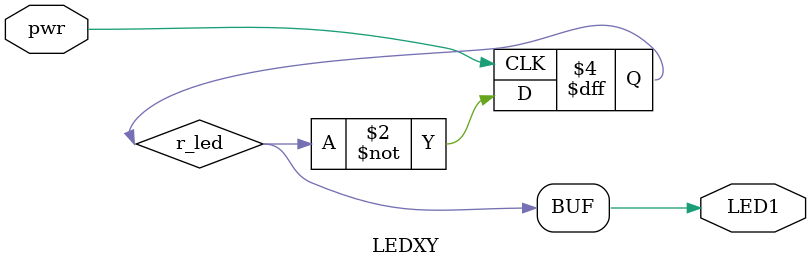
<source format=v>
module omdazz_cycl_top(
input wire KEY1,
input wire FPGA_CLK, //50MHz step 20ns
output wire LED1
);

//assign LED1 = KEY1;

wire flag;

KEYY 
KEYY_inst 
(
	.KEY1       (KEY1     ),
	.FPGA_CLK   (FPGA_CLK ),
	.flag_light (flag)
);

LEDXY 
LEDXY_inst
(
	.pwr  (flag),
	.LED1 (LED1)
);

endmodule


module KEYY(
input wire KEY1,
input wire FPGA_CLK,
output reg flag_light
);

reg [27:0] cnt;
wire f_flag_light;

initial begin

cnt = 'd0;

end

assign f_flag_light = (cnt >= 28'h00005F5E100) ? (1'b1) : (1'b0);

always @(posedge FPGA_CLK) begin 
	flag_light <= f_flag_light;
end

//always @(posedge FPGA_CLK) begin 
//	if(cnt >= 28'h00005F5E100)begin
//		flag_light <= 1'b1;
//	end
//	else begin
//		flag_light <= 1'b0;
//	end
//end

always @(posedge FPGA_CLK) begin : COUNTER_inst
	if (KEY1 == 1'b0)  begin
	    if(cnt < {28{1'b1}} )begin
				cnt <= cnt +'d1;
	    end else begin
				cnt <= cnt;
		 end
	end else begin
		cnt <= 'd0;
	end
end 

endmodule

module LEDXY(
input wire pwr,
output wire LED1
);

reg r_led;
initial begin
 r_led = 1'b1;
end

assign LED1 = r_led;

always@(posedge pwr)begin
	r_led <= ~r_led;
end

endmodule


</source>
